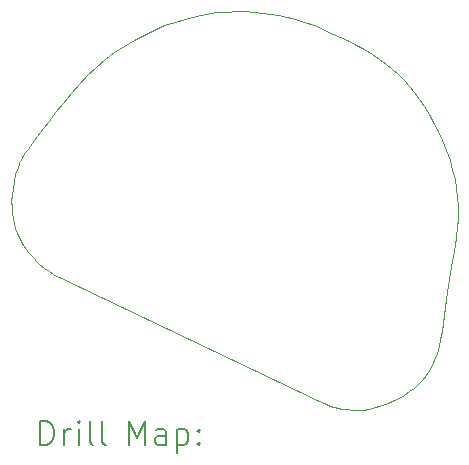
<source format=gbr>
%TF.GenerationSoftware,KiCad,Pcbnew,(7.0.0)*%
%TF.CreationDate,2023-03-21T21:00:09-07:00*%
%TF.ProjectId,Ladder LEDs v1,4c616464-6572-4204-9c45-44732076312e,rev?*%
%TF.SameCoordinates,Original*%
%TF.FileFunction,Drillmap*%
%TF.FilePolarity,Positive*%
%FSLAX45Y45*%
G04 Gerber Fmt 4.5, Leading zero omitted, Abs format (unit mm)*
G04 Created by KiCad (PCBNEW (7.0.0)) date 2023-03-21 21:00:09*
%MOMM*%
%LPD*%
G01*
G04 APERTURE LIST*
%ADD10C,0.049999*%
%ADD11C,0.200000*%
G04 APERTURE END LIST*
D10*
X13720365Y-8801230D02*
X13805724Y-8755425D01*
X12794303Y-9759635D02*
X12800679Y-9750229D01*
X14946736Y-8590105D02*
X15007103Y-8602752D01*
X15243492Y-8675567D02*
X15305157Y-8701698D01*
X14156063Y-8619559D02*
X14244085Y-8597614D01*
X13636612Y-8851697D02*
X13720365Y-8801230D01*
X15330134Y-11877806D02*
X15286575Y-11857028D01*
X16138219Y-9298963D02*
X16178810Y-9360106D01*
X15715263Y-11923136D02*
X15665256Y-11930276D01*
X15616946Y-11933284D02*
X15570655Y-11932736D01*
X16367852Y-9735772D02*
X16396330Y-9819231D01*
X15380730Y-11896857D02*
X15330134Y-11877806D01*
X12766888Y-10506330D02*
X12749051Y-10471330D01*
X12872269Y-10650572D02*
X12849873Y-10625717D01*
X12752792Y-9835852D02*
X12757165Y-9826080D01*
X15665256Y-11930276D02*
X15616946Y-11933284D01*
X12685000Y-10165000D02*
X12687561Y-10112089D01*
X12718632Y-10394921D02*
X12706555Y-10353447D01*
X13056179Y-9414856D02*
X13118214Y-9336901D01*
X16255031Y-11531412D02*
X16243509Y-11555310D01*
X15485416Y-11923283D02*
X15447110Y-11915530D01*
X12771591Y-9797314D02*
X12776873Y-9787854D01*
X14882299Y-8579029D02*
X14946736Y-8590105D01*
X12744627Y-9855766D02*
X12748616Y-9845742D01*
X15766647Y-11911287D02*
X15740803Y-11917837D01*
X15346519Y-8721320D02*
X15524794Y-8803111D01*
X15063275Y-8616571D02*
X15115125Y-8631162D01*
X15162529Y-8646125D02*
X15243492Y-8675567D01*
X14418147Y-8568407D02*
X14503472Y-8561218D01*
X16159798Y-11679584D02*
X16126425Y-11714499D01*
X13324815Y-9099454D02*
X13398566Y-9030705D01*
X15286575Y-11857028D02*
X13087501Y-10810374D01*
X12807359Y-9740796D02*
X12814354Y-9731321D01*
X16052312Y-9188070D02*
X16096159Y-9241742D01*
X12748616Y-9845742D02*
X12752792Y-9835852D01*
X16051640Y-11776106D02*
X16010284Y-11803313D01*
X12685871Y-10215559D02*
X12685000Y-10165000D01*
X12786141Y-10539237D02*
X12766888Y-10506330D01*
X16090363Y-11746588D02*
X16051640Y-11776106D01*
X16006360Y-9137574D02*
X16052312Y-9188070D01*
X12782411Y-9778432D02*
X12788217Y-9769031D01*
X16401815Y-10765734D02*
X16365414Y-10998191D01*
X12706555Y-10353447D02*
X12696900Y-10309750D01*
X12749051Y-10471330D02*
X12732882Y-10434205D01*
X15740803Y-11917837D02*
X15715263Y-11923136D01*
X15957985Y-9089881D02*
X16006360Y-9137574D01*
X14586370Y-8558438D02*
X14665828Y-8559229D01*
X16456720Y-10131276D02*
X16461385Y-10200727D01*
X14741720Y-8563191D02*
X14813919Y-8569924D01*
X16463056Y-10265509D02*
X16462323Y-10325001D01*
X15412107Y-11906529D02*
X15380730Y-11896857D01*
X15795139Y-8959877D02*
X15852692Y-9001406D01*
X16462323Y-10325001D02*
X16459775Y-10378580D01*
X15792755Y-11903417D02*
X15766647Y-11911287D01*
X15733891Y-8919657D02*
X15795139Y-8959877D01*
X16448472Y-10057778D02*
X16456720Y-10131276D01*
X13001357Y-9484566D02*
X13056179Y-9414856D01*
X13254459Y-9172681D02*
X13324815Y-9099454D01*
X16345889Y-11130320D02*
X16326655Y-11267668D01*
X16204757Y-11621350D02*
X16190455Y-11641586D01*
X12693805Y-10056795D02*
X12703985Y-9999083D01*
X16365414Y-10998191D02*
X16345889Y-11130320D01*
X15599036Y-8841647D02*
X15668629Y-8880372D01*
X12800679Y-9750229D02*
X12807359Y-9740796D01*
X15524794Y-8803111D02*
X15599036Y-8841647D01*
X15870697Y-11873627D02*
X15819087Y-11894153D01*
X16218368Y-11600247D02*
X16204757Y-11621350D01*
X15305157Y-8701698D02*
X15346519Y-8721320D01*
X15526705Y-11929210D02*
X15485416Y-11923283D01*
X13063211Y-10798190D02*
X13035872Y-10782573D01*
X16010284Y-11803313D02*
X15966323Y-11828464D01*
X15007103Y-8602752D02*
X15063275Y-8616571D01*
X12757165Y-9826080D02*
X12761749Y-9816411D01*
X13805724Y-8755425D02*
X13892331Y-8714319D01*
X16302019Y-11396345D02*
X16285362Y-11453616D01*
X16190455Y-11641586D02*
X16159798Y-11679584D01*
X16256856Y-9495656D02*
X16294948Y-9570808D01*
X15447110Y-11915530D02*
X15412107Y-11906529D01*
X12732882Y-10434205D02*
X12718632Y-10394921D01*
X12696900Y-10309750D02*
X12689922Y-10263798D01*
X12761749Y-9816411D02*
X12766553Y-9806827D01*
X16231287Y-11578244D02*
X16218368Y-11600247D01*
X12876234Y-9647756D02*
X12953354Y-9546385D01*
X12806557Y-10570082D02*
X12786141Y-10539237D01*
X16459775Y-10378580D02*
X16451591Y-10465508D01*
X15115125Y-8631162D02*
X15162529Y-8646125D01*
X13118214Y-9336901D02*
X13187855Y-9250351D01*
X14813919Y-8569924D02*
X14882299Y-8579029D01*
X16315793Y-11334448D02*
X16302019Y-11396345D01*
X12687561Y-10112089D02*
X12693805Y-10056795D01*
X12953354Y-9546385D02*
X13001357Y-9484566D01*
X12821674Y-9721786D02*
X12876234Y-9647756D01*
X15668629Y-8880372D02*
X15733891Y-8919657D01*
X15966323Y-11828464D02*
X15919784Y-11851816D01*
X14067859Y-8646349D02*
X14156063Y-8619559D01*
X16243509Y-11555310D02*
X16231287Y-11578244D01*
X12718352Y-9938923D02*
X12737160Y-9876282D01*
X15570655Y-11932736D02*
X15526705Y-11929210D01*
X14665828Y-8559229D02*
X14741720Y-8563191D01*
X16396330Y-9819231D02*
X16418866Y-9901134D01*
X13892331Y-8714319D02*
X13979829Y-8677948D01*
X16096159Y-9241742D02*
X16138219Y-9298963D01*
X15906868Y-9044616D02*
X15957985Y-9089881D01*
X13087501Y-10810374D02*
X13063211Y-10798190D01*
X13475355Y-8966471D02*
X13554822Y-8906790D01*
X16439385Y-10541025D02*
X16401815Y-10765734D01*
X14331565Y-8580551D02*
X14418147Y-8568407D01*
X12827886Y-10598898D02*
X12806557Y-10570082D01*
X16461385Y-10200727D02*
X16463056Y-10265509D01*
X12766553Y-9806827D02*
X12771591Y-9797314D01*
X12849873Y-10625717D02*
X12827886Y-10598898D01*
X12740812Y-9865941D02*
X12744627Y-9855766D01*
X16436050Y-9980857D02*
X16448472Y-10057778D01*
X16451591Y-10465508D02*
X16439385Y-10541025D01*
X12689922Y-10263798D02*
X12685871Y-10215559D01*
X12776873Y-9787854D02*
X12782411Y-9778432D01*
X15919784Y-11851816D02*
X15870697Y-11873627D01*
X15852692Y-9001406D02*
X15906868Y-9044616D01*
X12788217Y-9769031D02*
X12794303Y-9759635D01*
X12894820Y-10673496D02*
X12872269Y-10650572D01*
X12960889Y-10730996D02*
X12917275Y-10694519D01*
X12737160Y-9876282D02*
X12740812Y-9865941D01*
X13979829Y-8677948D02*
X14067859Y-8646349D01*
X12703985Y-9999083D02*
X12718352Y-9938923D01*
X16294948Y-9570808D02*
X16332843Y-9651378D01*
X13035872Y-10782573D02*
X13001093Y-10760261D01*
X12917275Y-10694519D02*
X12894820Y-10673496D01*
X13001093Y-10760261D02*
X12960889Y-10730996D01*
X14244085Y-8597614D02*
X14331565Y-8580551D01*
X16418866Y-9901134D02*
X16436050Y-9980857D01*
X15819087Y-11894153D02*
X15792755Y-11903417D01*
X12814354Y-9731321D02*
X12821674Y-9721786D01*
X16218250Y-9425546D02*
X16256856Y-9495656D01*
X14503472Y-8561218D02*
X14586370Y-8558438D01*
X16126425Y-11714499D02*
X16090363Y-11746588D01*
X16285362Y-11453616D02*
X16265849Y-11506519D01*
X13554822Y-8906790D02*
X13636612Y-8851697D01*
X13398566Y-9030705D02*
X13475355Y-8966471D01*
X13187855Y-9250351D02*
X13254459Y-9172681D01*
X16265849Y-11506519D02*
X16255031Y-11531412D01*
X16332843Y-9651378D02*
X16367852Y-9735772D01*
X16178810Y-9360106D02*
X16218250Y-9425546D01*
X16326655Y-11267668D02*
X16315793Y-11334448D01*
D11*
X12930119Y-12229260D02*
X12930119Y-12029260D01*
X12930119Y-12029260D02*
X12977738Y-12029260D01*
X12977738Y-12029260D02*
X13006310Y-12038784D01*
X13006310Y-12038784D02*
X13025357Y-12057831D01*
X13025357Y-12057831D02*
X13034881Y-12076879D01*
X13034881Y-12076879D02*
X13044405Y-12114974D01*
X13044405Y-12114974D02*
X13044405Y-12143546D01*
X13044405Y-12143546D02*
X13034881Y-12181641D01*
X13034881Y-12181641D02*
X13025357Y-12200689D01*
X13025357Y-12200689D02*
X13006310Y-12219736D01*
X13006310Y-12219736D02*
X12977738Y-12229260D01*
X12977738Y-12229260D02*
X12930119Y-12229260D01*
X13130119Y-12229260D02*
X13130119Y-12095927D01*
X13130119Y-12134022D02*
X13139643Y-12114974D01*
X13139643Y-12114974D02*
X13149167Y-12105450D01*
X13149167Y-12105450D02*
X13168214Y-12095927D01*
X13168214Y-12095927D02*
X13187262Y-12095927D01*
X13253929Y-12229260D02*
X13253929Y-12095927D01*
X13253929Y-12029260D02*
X13244405Y-12038784D01*
X13244405Y-12038784D02*
X13253929Y-12048308D01*
X13253929Y-12048308D02*
X13263452Y-12038784D01*
X13263452Y-12038784D02*
X13253929Y-12029260D01*
X13253929Y-12029260D02*
X13253929Y-12048308D01*
X13377738Y-12229260D02*
X13358690Y-12219736D01*
X13358690Y-12219736D02*
X13349167Y-12200689D01*
X13349167Y-12200689D02*
X13349167Y-12029260D01*
X13482500Y-12229260D02*
X13463452Y-12219736D01*
X13463452Y-12219736D02*
X13453929Y-12200689D01*
X13453929Y-12200689D02*
X13453929Y-12029260D01*
X13678690Y-12229260D02*
X13678690Y-12029260D01*
X13678690Y-12029260D02*
X13745357Y-12172117D01*
X13745357Y-12172117D02*
X13812024Y-12029260D01*
X13812024Y-12029260D02*
X13812024Y-12229260D01*
X13992976Y-12229260D02*
X13992976Y-12124498D01*
X13992976Y-12124498D02*
X13983452Y-12105450D01*
X13983452Y-12105450D02*
X13964405Y-12095927D01*
X13964405Y-12095927D02*
X13926309Y-12095927D01*
X13926309Y-12095927D02*
X13907262Y-12105450D01*
X13992976Y-12219736D02*
X13973929Y-12229260D01*
X13973929Y-12229260D02*
X13926309Y-12229260D01*
X13926309Y-12229260D02*
X13907262Y-12219736D01*
X13907262Y-12219736D02*
X13897738Y-12200689D01*
X13897738Y-12200689D02*
X13897738Y-12181641D01*
X13897738Y-12181641D02*
X13907262Y-12162593D01*
X13907262Y-12162593D02*
X13926309Y-12153070D01*
X13926309Y-12153070D02*
X13973929Y-12153070D01*
X13973929Y-12153070D02*
X13992976Y-12143546D01*
X14088214Y-12095927D02*
X14088214Y-12295927D01*
X14088214Y-12105450D02*
X14107262Y-12095927D01*
X14107262Y-12095927D02*
X14145357Y-12095927D01*
X14145357Y-12095927D02*
X14164405Y-12105450D01*
X14164405Y-12105450D02*
X14173929Y-12114974D01*
X14173929Y-12114974D02*
X14183452Y-12134022D01*
X14183452Y-12134022D02*
X14183452Y-12191165D01*
X14183452Y-12191165D02*
X14173929Y-12210212D01*
X14173929Y-12210212D02*
X14164405Y-12219736D01*
X14164405Y-12219736D02*
X14145357Y-12229260D01*
X14145357Y-12229260D02*
X14107262Y-12229260D01*
X14107262Y-12229260D02*
X14088214Y-12219736D01*
X14269167Y-12210212D02*
X14278690Y-12219736D01*
X14278690Y-12219736D02*
X14269167Y-12229260D01*
X14269167Y-12229260D02*
X14259643Y-12219736D01*
X14259643Y-12219736D02*
X14269167Y-12210212D01*
X14269167Y-12210212D02*
X14269167Y-12229260D01*
X14269167Y-12105450D02*
X14278690Y-12114974D01*
X14278690Y-12114974D02*
X14269167Y-12124498D01*
X14269167Y-12124498D02*
X14259643Y-12114974D01*
X14259643Y-12114974D02*
X14269167Y-12105450D01*
X14269167Y-12105450D02*
X14269167Y-12124498D01*
M02*

</source>
